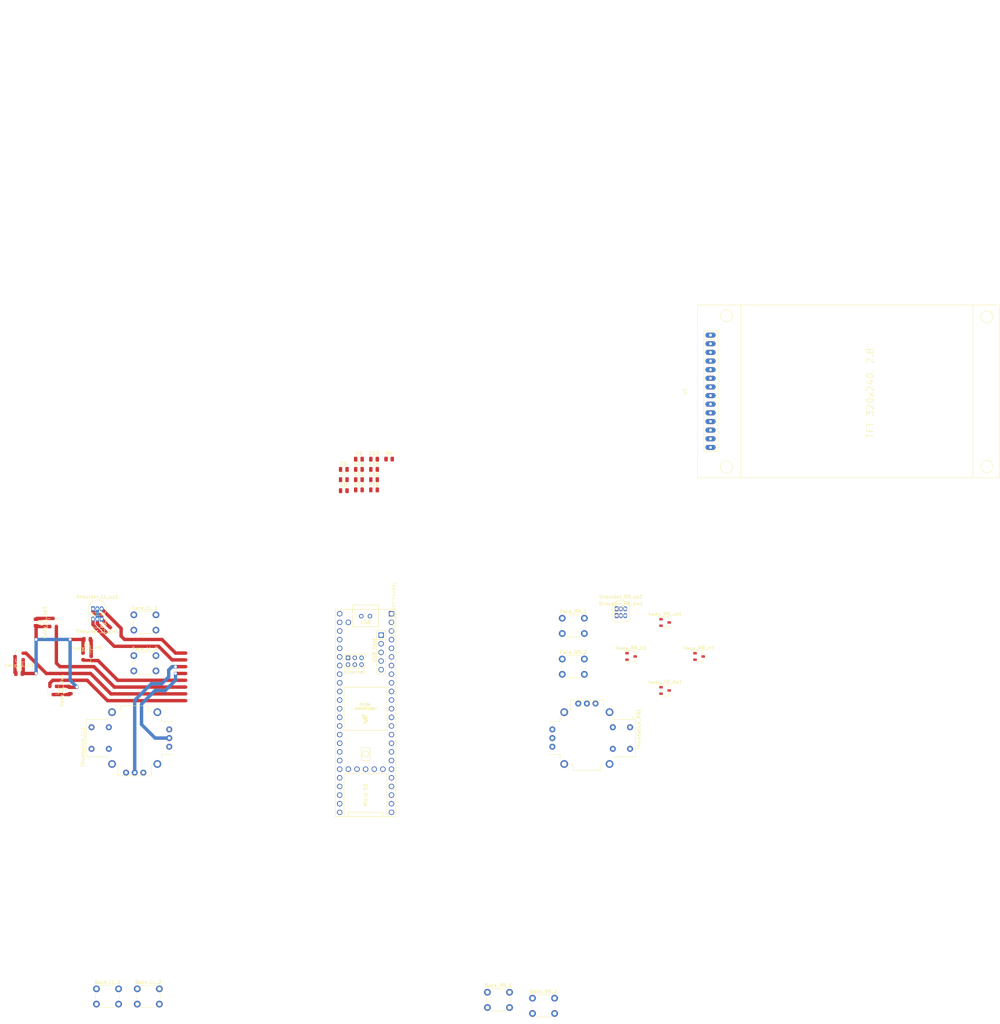
<source format=kicad_pcb>
(kicad_pcb (version 20221018) (generator pcbnew)
  (layers (0 "F.Cu" signal) (31 "B.Cu" signal) (34 "B.Paste" user) (35 "F.Paste" user) (36 "B.SilkS" user "B.Silkscreen") (37 "F.SilkS" user "F.Silkscreen") (38 "B.Mask" user) (39 "F.Mask" user) (44 "Edge.Cuts" user))
  (net 0 "")
  (net 1 "Net-(4way_LL_dw1-VCC)")
  (net 2 "Net-(4way_LL_dw1-VOUT)")
  (net 3 "Net-(4way_LL_dw1-GND)")
  (net 4 "Net-(4way_LL_ll1-VOUT)")
  (net 5 "Net-(4way_LL_rr1-VOUT)")
  (net 6 "Net-(4way_LL_up1-VOUT)")
  (net 7 "Net-(4way_RR_dw1-VCC)")
  (net 8 "Net-(4way_RR_dw1-VOUT)")
  (net 9 "Net-(4way_RR_dw1-GND)")
  (net 10 "Net-(4way_RR_ll1-VOUT)")
  (net 11 "Net-(4way_RR_rr1-VOUT)")
  (net 12 "Net-(4way_RR_up1-VOUT)")
  (net 13 "Net-(Teensy_upside_down1-VIN)")
  (net 14 "Net-(U1-LED)")
  (net 15 "Net-(Shoulder_LL_dw1-OUT)")
  (net 16 "Net-(Shoulder_LL_up1-OUT)")
  (net 17 "Net-(Shoulder_RR_dw1-OUT)")
  (net 18 "Net-(Shoulder_RR_up1-OUT)")
  (net 21 "Net-(Teensy_upside_down1-2_OUT2)")
  (net 27 "Net-(Teensy_upside_down1-8_TX2_IN1)")
  (net 28 "Net-(Teensy_upside_down1-9_OUT1C)")
  (net 29 "Net-(Teensy_upside_down1-10_CS_MQSR)")
  (net 30 "Net-(Teensy_upside_down1-11_MOSI_CTX1)")
  (net 31 "Net-(Teensy_upside_down1-12_MISO_MQSL)")
  (net 32 "Net-(Teensy_upside_down1-28_RX7)")
  (net 33 "Net-(Face_RR_2-A)")
  (net 34 "Net-(Face_RR_1-A)")
  (net 35 "Net-(Back_RR_1-A)")
  (net 36 "Net-(Back_RR_2-A)")
  (net 37 "Net-(Back_LL_2-A)")
  (net 38 "Net-(Back_LL_1-A)")
  (net 39 "Net-(Face_LL_2-A)")
  (net 40 "Net-(Face_LL_1-A)")
  (net 41 "Net-(Teensy_upside_down1-37_CS)")
  (net 42 "Net-(U1-GND)")
  (net 43 "Net-(Teensy_upside_down1-13_SCK_LED)")
  (net 46 "Net-(Teensy_upside_down1-16_A2_RX4_SCL1)")
  (net 47 "Net-(Teensy_upside_down1-17_A3_TX4_SDA1)")
  (net 48 "Net-(Teensy_upside_down1-20_A6_TX5_LRCLK1)")
  (net 49 "Net-(Teensy_upside_down1-21_A7_RX5_BCLK1)")
  (footprint "Capacitor_SMD:C_0805_2012Metric" (layer "F.Cu") (at 189.95 221.01)
    (fp_text reference "C12" (at 0 -1.68) (layer "F.SilkS"))
    (fp_text value "Capacitor_SMD")
    (pad "1" smd roundrect (at -0.95 0) (size 1 1.45) (layers "F.Cu" "F.Paste" "F.Mask") (net 9 "Net-(4way_RR_dw1-GND)"))
    (pad "2" smd roundrect (at 0.95 0) (size 1 1.45) (layers "F.Cu" "F.Paste" "F.Mask") (net 7 "Net-(4way_RR_dw1-VCC)"))
  )
  (footprint "Package_TO_SOT_SMD:SOT-23W" (layer "F.Cu") (at 100 280 -90)
    (fp_text reference "4way_LL_dw1" (at 0 -2.5 90) (layer "F.SilkS"))
    (fp_text value "A3214ELHLT-T")
    (pad "1" smd rect (at -1.2 -0.95 270) (size 1 0.7) (layers "F.Cu" "F.Paste" "F.Mask") (net 1 "Net-(4way_LL_dw1-VCC)"))
    (pad "2" smd rect (at -1.2 0.95 270) (size 1 0.7) (layers "F.Cu" "F.Paste" "F.Mask") (net 2 "Net-(4way_LL_dw1-VOUT)"))
    (pad "3" smd rect (at 1.2 0 270) (size 1 0.7) (layers "F.Cu" "F.Paste" "F.Mask") (net 3 "Net-(4way_LL_dw1-GND)"))
  )
  (footprint "Button_Switch_THT:SW_PUSH_6mm" (layer "F.Cu") (at 124.75 367.75)
    (fp_text reference "Back_LL_2" (at 3.25 -2) (layer "F.SilkS"))
    (fp_text value "SW_MEC_5E")
    (pad "1" thru_hole circle (at 0 0 90) (size 2 2) (drill 1.1) (layers "*.Cu" "*.Mask") (net 3 "Net-(4way_LL_dw1-GND)"))
    (pad "1" thru_hole circle (at 6.5 0 90) (size 2 2) (drill 1.1) (layers "*.Cu" "*.Mask") (net 3 "Net-(4way_LL_dw1-GND)"))
    (pad "2" thru_hole circle (at 0 4.5 90) (size 2 2) (drill 1.1) (layers "*.Cu" "*.Mask") (net 3 "Net-(4way_LL_dw1-GND)"))
    (pad "2" thru_hole circle (at 6.5 4.5 90) (size 2 2) (drill 1.1) (layers "*.Cu" "*.Mask") (net 3 "Net-(4way_LL_dw1-GND)"))
  )
  (footprint "Package_TO_SOT_SMD:SOT-23W" (layer "F.Cu") (at 280 280)
    (fp_text reference "4way_RR_dw1" (at 0 -2.5) (layer "F.SilkS"))
    (fp_text value "A3214ELHLT-T")
    (pad "1" smd rect (at -1.2 -0.95) (size 1 0.7) (layers "F.Cu" "F.Paste" "F.Mask") (net 7 "Net-(4way_RR_dw1-VCC)"))
    (pad "2" smd rect (at -1.2 0.95) (size 1 0.7) (layers "F.Cu" "F.Paste" "F.Mask") (net 8 "Net-(4way_RR_dw1-VOUT)"))
    (pad "3" smd rect (at 1.2 0) (size 1 0.7) (layers "F.Cu" "F.Paste" "F.Mask") (net 9 "Net-(4way_RR_dw1-GND)"))
  )
  (footprint "Capacitor_SMD:C_0805_2012Metric" (layer "F.Cu") (at 194.4 221.01)
    (fp_text reference "C16" (at 0 -1.68) (layer "F.SilkS"))
    (fp_text value "Capacitor_SMD")
    (pad "1" smd roundrect (at -0.95 0) (size 1 1.45) (layers "F.Cu" "F.Paste" "F.Mask") (net 7 "Net-(4way_RR_dw1-VCC)"))
    (pad "2" smd roundrect (at 0.95 0) (size 1 1.45) (layers "F.Cu" "F.Paste" "F.Mask") (net 9 "Net-(4way_RR_dw1-GND)"))
  )
  (footprint "Package_TO_SOT_SMD:SOT-23W" (layer "F.Cu") (at 270 270)
    (fp_text reference "4way_RR_ll1" (at 0 -2.5) (layer "F.SilkS"))
    (fp_text value "A3214ELHLT-T")
    (pad "1" smd rect (at -1.2 -0.95) (size 1 0.7) (layers "F.Cu" "F.Paste" "F.Mask") (net 7 "Net-(4way_RR_dw1-VCC)"))
    (pad "2" smd rect (at -1.2 0.95) (size 1 0.7) (layers "F.Cu" "F.Paste" "F.Mask") (net 10 "Net-(4way_RR_ll1-VOUT)"))
    (pad "3" smd rect (at 1.2 0) (size 1 0.7) (layers "F.Cu" "F.Paste" "F.Mask") (net 9 "Net-(4way_RR_dw1-GND)"))
  )
  (footprint "Button_Switch_THT:SW_PUSH_6mm" (layer "F.Cu") (at 249.75 258.75)
    (fp_text reference "Face_RR_1" (at 3.25 -2) (layer "F.SilkS"))
    (fp_text value "SW_MEC_5E")
    (pad "1" thru_hole circle (at 0 0 90) (size 2 2) (drill 1.1) (layers "*.Cu" "*.Mask") (net 9 "Net-(4way_RR_dw1-GND)"))
    (pad "1" thru_hole circle (at 6.5 0 90) (size 2 2) (drill 1.1) (layers "*.Cu" "*.Mask") (net 9 "Net-(4way_RR_dw1-GND)"))
    (pad "2" thru_hole circle (at 0 4.5 90) (size 2 2) (drill 1.1) (layers "*.Cu" "*.Mask") (net 9 "Net-(4way_RR_dw1-GND)"))
    (pad "2" thru_hole circle (at 6.5 4.5 90) (size 2 2) (drill 1.1) (layers "*.Cu" "*.Mask") (net 9 "Net-(4way_RR_dw1-GND)"))
  )
  (footprint "Capacitor_SMD:C_0805_2012Metric" (layer "F.Cu") (at 90 275)
    (fp_text reference "C2" (at 0 -1.68) (layer "F.SilkS"))
    (fp_text value "Capacitor_SMD")
    (pad "1" smd roundrect (at -0.95 0) (size 1 1.45) (layers "F.Cu" "F.Paste" "F.Mask") (net 3 "Net-(4way_LL_dw1-GND)"))
    (pad "2" smd roundrect (at 0.95 0) (size 1 1.45) (layers "F.Cu" "F.Paste" "F.Mask") (net 1 "Net-(4way_LL_dw1-VCC)"))
  )
  (footprint "Capacitor_SMD:C_0805_2012Metric" (layer "F.Cu") (at 110 265 180)
    (fp_text reference "C4" (at 0 -1.68) (layer "F.SilkS"))
    (fp_text value "Capacitor_SMD")
    (pad "1" smd roundrect (at -0.95 0 180) (size 1 1.45) (layers "F.Cu" "F.Paste" "F.Mask") (net 3 "Net-(4way_LL_dw1-GND)"))
    (pad "2" smd roundrect (at 0.95 0 180) (size 1 1.45) (layers "F.Cu" "F.Paste" "F.Mask") (net 1 "Net-(4way_LL_dw1-VCC)"))
  )
  (footprint "Button_Switch_THT:SW_PUSH_6mm" (layer "F.Cu") (at 227.75 368.75)
    (fp_text reference "Back_RR_1" (at 3.25 -2) (layer "F.SilkS"))
    (fp_text value "SW_MEC_5E")
    (pad "1" thru_hole circle (at 0 0 90) (size 2 2) (drill 1.1) (layers "*.Cu" "*.Mask") (net 9 "Net-(4way_RR_dw1-GND)"))
    (pad "1" thru_hole circle (at 6.5 0 90) (size 2 2) (drill 1.1) (layers "*.Cu" "*.Mask") (net 9 "Net-(4way_RR_dw1-GND)"))
    (pad "2" thru_hole circle (at 0 4.5 90) (size 2 2) (drill 1.1) (layers "*.Cu" "*.Mask") (net 9 "Net-(4way_RR_dw1-GND)"))
    (pad "2" thru_hole circle (at 6.5 4.5 90) (size 2 2) (drill 1.1) (layers "*.Cu" "*.Mask") (net 9 "Net-(4way_RR_dw1-GND)"))
  )
  (footprint "joystick:XDCR_COM-09032" (layer "F.Cu") (at 257 294 -90)
    (fp_text reference "Thumbstick_RR1" (at -2.625 -15.235 90) (layer "F.SilkS"))
    (fp_text value "Thumbstick")
    (pad "B1A" thru_hole circle (at -3.175 -12.7 270) (size 1.778 1.778) (drill 0.9) (layers "*.Cu" "*.Mask") (net 32 "Net-(Teensy_upside_down1-28_RX7)"))
    (pad "B1B" thru_hole circle (at 3.175 -12.7 270) (size 1.778 1.778) (drill 0.9) (layers "*.Cu" "*.Mask"))
    (pad "B2A" thru_hole circle (at -3.175 -7.62 270) (size 1.778 1.778) (drill 0.9) (layers "*.Cu" "*.Mask") (net 9 "Net-(4way_RR_dw1-GND)"))
    (pad "B2B" thru_hole circle (at 3.175 -7.62 270) (size 1.778 1.778) (drill 0.9) (layers "*.Cu" "*.Mask"))
    (pad "H1" thru_hole circle (at -2.54 10.16 270) (size 1.778 1.778) (drill 0.889) (layers "*.Cu" "*.Mask") (net 7 "Net-(4way_RR_dw1-VCC)"))
    (pad "H2" thru_hole circle (at 0 10.16 270) (size 1.778 1.778) (drill 0.889) (layers "*.Cu" "*.Mask") (net 48 "Net-(Teensy_upside_down1-20_A6_TX5_LRCLK1)"))
    (pad "H3" thru_hole circle (at 2.54 10.16 270) (size 1.778 1.778) (drill 0.889) (layers "*.Cu" "*.Mask") (net 9 "Net-(4way_RR_dw1-GND)"))
    (pad "S1" thru_hole circle (at -7.62 -6.6675 270) (size 2.286 2.286) (drill 1.397) (layers "*.Cu" "*.Mask") (net 9 "Net-(4way_RR_dw1-GND)"))
    (pad "S2" thru_hole circle (at -7.62 6.6675 270) (size 2.286 2.286) (drill 1.397) (layers "*.Cu" "*.Mask") (net 9 "Net-(4way_RR_dw1-GND)"))
    (pad "S3" thru_hole circle (at 7.62 6.6675 270) (size 2.286 2.286) (drill 1.397) (layers "*.Cu" "*.Mask") (net 9 "Net-(4way_RR_dw1-GND)"))
    (pad "S4" thru_hole circle (at 7.62 -6.6675 270) (size 2.286 2.286) (drill 1.397) (layers "*.Cu" "*.Mask") (net 9 "Net-(4way_RR_dw1-GND)"))
    (pad "V1" thru_hole circle (at -10.16 -2.54 270) (size 1.778 1.778) (drill 0.889) (layers "*.Cu" "*.Mask") (net 7 "Net-(4way_RR_dw1-VCC)"))
    (pad "V2" thru_hole circle (at -10.16 0 270) (size 1.778 1.778) (drill 0.889) (layers "*.Cu" "*.Mask") (net 49 "Net-(Teensy_upside_down1-21_A7_RX5_BCLK1)"))
    (pad "V3" thru_hole circle (at -10.16 2.54 270) (size 1.778 1.778) (drill 0.889) (layers "*.Cu" "*.Mask") (net 9 "Net-(4way_RR_dw1-GND)"))
  )
  (footprint "teensy:Teensy41_upside_down" (layer "F.Cu") (at 200.8025 256.155 -90)
    (fp_text reference "Teensy_upside_down1" (at 0 0.5 -90 unlocked) (layer "F.SilkS") (effects (font (thickness 0.1))))
    (fp_text value "Teensy4.1")
    (fp_text user "MIMXRT1062" (at 29.21 8.89) (layer "F.SilkS") (effects (font (size 0.7 0.7))))
    (fp_text user "USB Host" (at 12.0142 6.4008 90) (layer "F.SilkS"))
    (fp_text user "DVJ6A" (at 27.94 9.07) (layer "F.SilkS") (effects (font (size 0.7 0.7))))
    (fp_text user "Micro SD" (at 54.61 8.89 90) (layer "F.SilkS"))
    (fp_text user "Ethernet" (at 18.415 12.1666) (layer "F.SilkS"))
    (fp_text user "USB" (at 3.81 8.89) (layer "F.SilkS"))
    (pad "1" thru_hole rect (at 1.27 1.27 270) (size 1.6 1.6) (drill 1.1) (layers "*.Cu" "*.Mask") (net 9 "Net-(4way_RR_dw1-GND)"))
    (pad "2" thru_hole circle (at 3.81 1.27 270) (size 1.6 1.6) (drill 1.1) (layers "*.Cu" "*.Mask"))
    (pad "3" thru_hole circle (at 6.35 1.27 270) (size 1.6 1.6) (drill 1.1) (layers "*.Cu" "*.Mask"))
    (pad "4" thru_hole circle (at 8.89 1.27 270) (size 1.6 1.6) (drill 1.1) (layers "*.Cu" "*.Mask") (net 21 "Net-(Teensy_upside_down1-2_OUT2)"))
    (pad "5" thru_hole circle (at 11.43 1.27 270) (size 1.6 1.6) (drill 1.1) (layers "*.Cu" "*.Mask"))
    (pad "6" thru_hole circle (at 13.97 1.27 270) (size 1.6 1.6) (drill 1.1) (layers "*.Cu" "*.Mask"))
    (pad "7" thru_hole circle (at 16.51 1.27 270) (size 1.6 1.6) (drill 1.1) (layers "*.Cu" "*.Mask"))
    (pad "8" thru_hole circle (at 19.05 1.27 270) (size 1.6 1.6) (drill 1.1) (layers "*.Cu" "*.Mask"))
    (pad "9" thru_hole circle (at 21.59 1.27 270) (size 1.6 1.6) (drill 1.1) (layers "*.Cu" "*.Mask"))
    (pad "10" thru_hole circle (at 24.13 1.27 270) (size 1.6 1.6) (drill 1.1) (layers "*.Cu" "*.Mask") (net 27 "Net-(Teensy_upside_down1-8_TX2_IN1)"))
    (pad "11" thru_hole circle (at 26.67 1.27 270) (size 1.6 1.6) (drill 1.1) (layers "*.Cu" "*.Mask") (net 28 "Net-(Teensy_upside_down1-9_OUT1C)"))
    (pad "12" thru_hole circle (at 29.21 1.27 270) (size 1.6 1.6) (drill 1.1) (layers "*.Cu" "*.Mask") (net 29 "Net-(Teensy_upside_down1-10_CS_MQSR)"))
    (pad "13" thru_hole circle (at 31.75 1.27 270) (size 1.6 1.6) (drill 1.1) (layers "*.Cu" "*.Mask") (net 30 "Net-(Teensy_upside_down1-11_MOSI_CTX1)"))
    (pad "14" thru_hole circle (at 34.29 1.27 270) (size 1.6 1.6) (drill 1.1) (layers "*.Cu" "*.Mask") (net 31 "Net-(Teensy_upside_down1-12_MISO_MQSL)"))
    (pad "15" thru_hole circle (at 36.83 1.27 270) (size 1.6 1.6) (drill 1.1) (layers "*.Cu" "*.Mask") (net 7 "Net-(4way_RR_dw1-VCC)"))
    (pad "16" thru_hole circle (at 39.37 1.27 270) (size 1.6 1.6) (drill 1.1) (layers "*.Cu" "*.Mask") (net 8 "Net-(4way_RR_dw1-VOUT)"))
    (pad "17" thru_hole circle (at 41.91 1.27 270) (size 1.6 1.6) (drill 1.1) (layers "*.Cu" "*.Mask") (net 10 "Net-(4way_RR_ll1-VOUT)"))
    (pad "18" thru_hole circle (at 44.45 1.27 270) (size 1.6 1.6) (drill 1.1) (layers "*.Cu" "*.Mask") (net 12 "Net-(4way_RR_up1-VOUT)"))
    (pad "19" thru_hole circle (at 46.99 1.27 270) (size 1.6 1.6) (drill 1.1) (layers "*.Cu" "*.Mask") (net 11 "Net-(4way_RR_rr1-VOUT)"))
    (pad "20" thru_hole circle (at 49.53 1.27 270) (size 1.6 1.6) (drill 1.1) (layers "*.Cu" "*.Mask") (net 32 "Net-(Teensy_upside_down1-28_RX7)"))
    (pad "21" thru_hole circle (at 52.07 1.27 270) (size 1.6 1.6) (drill 1.1) (layers "*.Cu" "*.Mask") (net 33 "Net-(Face_RR_2-A)"))
    (pad "22" thru_hole circle (at 54.61 1.27 270) (size 1.6 1.6) (drill 1.1) (layers "*.Cu" "*.Mask") (net 34 "Net-(Face_RR_1-A)"))
    (pad "23" thru_hole circle (at 57.15 1.27 270) (size 1.6 1.6) (drill 1.1) (layers "*.Cu" "*.Mask") (net 35 "Net-(Back_RR_1-A)"))
    (pad "24" thru_hole circle (at 59.69 1.27 270) (size 1.6 1.6) (drill 1.1) (layers "*.Cu" "*.Mask") (net 36 "Net-(Back_RR_2-A)"))
    (pad "25" thru_hole circle (at 59.69 16.51 270) (size 1.6 1.6) (drill 1.1) (layers "*.Cu" "*.Mask") (net 37 "Net-(Back_LL_2-A)"))
    (pad "26" thru_hole circle (at 57.15 16.51 270) (size 1.6 1.6) (drill 1.1) (layers "*.Cu" "*.Mask") (net 38 "Net-(Back_LL_1-A)"))
    (pad "27" thru_hole circle (at 54.61 16.51 270) (size 1.6 1.6) (drill 1.1) (layers "*.Cu" "*.Mask") (net 39 "Net-(Face_LL_2-A)"))
    (pad "28" thru_hole circle (at 52.07 16.51 270) (size 1.6 1.6) (drill 1.1) (layers "*.Cu" "*.Mask") (net 40 "Net-(Face_LL_1-A)"))
    (pad "29" thru_hole circle (at 49.53 16.51 270) (size 1.6 1.6) (drill 1.1) (layers "*.Cu" "*.Mask") (net 41 "Net-(Teensy_upside_down1-37_CS)"))
    (pad "30" thru_hole circle (at 46.99 16.51 270) (size 1.6 1.6) (drill 1.1) (layers "*.Cu" "*.Mask") (net 2 "Net-(4way_LL_dw1-VOUT)"))
    (pad "31" thru_hole circle (at 44.45 16.51 270) (size 1.6 1.6) (drill 1.1) (layers "*.Cu" "*.Mask") (net 4 "Net-(4way_LL_ll1-VOUT)"))
    (pad "32" thru_hole circle (at 41.91 16.51 270) (size 1.6 1.6) (drill 1.1) (layers "*.Cu" "*.Mask") (net 6 "Net-(4way_LL_up1-VOUT)"))
    (pad "33" thru_hole circle (at 39.37 16.51 270) (size 1.6 1.6) (drill 1.1) (layers "*.Cu" "*.Mask") (net 5 "Net-(4way_LL_rr1-VOUT)"))
    (pad "34" thru_hole circle (at 36.83 16.51 270) (size 1.6 1.6) (drill 1.1) (layers "*.Cu" "*.Mask") (net 42 "Net-(U1-GND)"))
    (pad "35" thru_hole circle (at 34.29 16.51 270) (size 1.6 1.6) (drill 1.1) (layers "*.Cu" "*.Mask") (net 43 "Net-(Teensy_upside_down1-13_SCK_LED)"))
    (pad "36" thru_hole circle (at 31.75 16.51 270) (size 1.6 1.6) (drill 1.1) (layers "*.Cu" "*.Mask"))
    (pad "37" thru_hole circle (at 29.21 16.51 270) (size 1.6 1.6) (drill 1.1) (layers "*.Cu" "*.Mask"))
    (pad "38" thru_hole circle (at 26.67 16.51 270) (size 1.6 1.6) (drill 1.1) (layers "*.Cu" "*.Mask") (net 46 "Net-(Teensy_upside_down1-16_A2_RX4_SCL1)"))
    (pad "39" thru_hole circle (at 24.13 16.51 270) (size 1.6 1.6) (drill 1.1) (layers "*.Cu" "*.Mask") (net 47 "Net-(Teensy_upside_down1-17_A3_TX4_SDA1)"))
    (pad "40" thru_hole circle (at 21.59 16.51 270) (size 1.6 1.6) (drill 1.1) (layers "*.Cu" "*.Mask") (net 15 "Net-(Shoulder_LL_dw1-OUT)"))
    (pad "41" thru_hole circle (at 19.05 16.51 270) (size 1.6 1.6) (drill 1.1) (layers "*.Cu" "*.Mask") (net 16 "Net-(Shoulder_LL_up1-OUT)"))
    (pad "42" thru_hole circle (at 16.51 16.51 270) (size 1.6 1.6) (drill 1.1) (layers "*.Cu" "*.Mask") (net 48 "Net-(Teensy_upside_down1-20_A6_TX5_LRCLK1)"))
    (pad "43" thru_hole circle (at 13.97 16.51 270) (size 1.6 1.6) (drill 1.1) (layers "*.Cu" "*.Mask") (net 49 "Net-(Teensy_upside_down1-21_A7_RX5_BCLK1)"))
    (pad "44" thru_hole circle (at 11.43 16.51 270) (size 1.6 1.6) (drill 1.1) (layers "*.Cu" "*.Mask") (net 18 "Net-(Shoulder_RR_up1-OUT)"))
    (pad "45" thru_hole circle (at 8.89 16.51 270) (size 1.6 1.6) (drill 1.1) (layers "*.Cu" "*.Mask") (net 17 "Net-(Shoulder_RR_dw1-OUT)"))
    (pad "46" thru_hole circle (at 6.35 16.51 270) (size 1.6 1.6) (drill 1.1) (layers "*.Cu" "*.Mask") (net 1 "Net-(4way_LL_dw1-VCC)"))
    (pad "47" thru_hole circle (at 3.81 16.51 270) (size 1.6 1.6) (drill 1.1) (layers "*.Cu" "*.Mask") (net 3 "Net-(4way_LL_dw1-GND)"))
    (pad "48" thru_hole circle (at 1.27 16.51 270) (size 1.6 1.6) (drill 1.1) (layers "*.Cu" "*.Mask") (net 13 "Net-(Teensy_upside_down1-VIN)"))
    (pad "49" thru_hole circle (at 3.81 13.97 270) (size 1.6 1.6) (drill 1.1) (layers "*.Cu" "*.Mask"))
    (pad "50" thru_hole circle (at 46.99 3.81 270) (size 1.6 1.6) (drill 1.1) (layers "*.Cu" "*.Mask"))
    (pad "51" thru_hole circle (at 46.99 6.35 270) (size 1.6 1.6) (drill 1.1) (layers "*.Cu" "*.Mask"))
    (pad "52" thru_hole circle (at 46.99 8.89 270) (size 1.6 1.6) (drill 1.1) (layers "*.Cu" "*.Mask"))
    (pad "53" thru_hole circle (at 46.99 11.43 270) (size 1.6 1.6) (drill 1.1) (layers "*.Cu" "*.Mask"))
    (pad "54" thru_hole circle (at 46.99 13.97 270) (size 1.6 1.6) (drill 1.1) (layers "*.Cu" "*.Mask"))
    (pad "55" thru_hole rect (at 7.5692 4.3208 270) (size 1.6 1.6) (drill 1.1) (layers "*.Cu" "*.Mask"))
    (pad "56" thru_hole circle (at 10.1092 4.3208 270) (size 1.6 1.6) (drill 1.1) (layers "*.Cu" "*.Mask"))
    (pad "57" thru_hole circle (at 12.6492 4.3208 270) (size 1.6 1.6) (drill 1.1) (layers "*.Cu" "*.Mask"))
    (pad "58" thru_hole circle (at 15.1892 4.3208 270) (size 1.6 1.6) (drill 1.1) (layers "*.Cu" "*.Mask"))
    (pad "59" thru_hole circle (at 17.7292 4.3208 270) (size 1.6 1.6) (drill 1.1) (layers "*.Cu" "*.Mask"))
    (pad "60" thru_hole rect (at 14.24 14.0716 270) (size 1.3 1.3) (drill 0.8) (layers "*.Cu" "*.Mask"))
    (pad "61" thru_hole circle (at 14.24 12.0716 270) (size 1.3 1.3) (drill 0.8) (layers "*.Cu" "*.Mask"))
    (pad "62" thru_hole circle (at 14.24 10.0716 270) (size 1.3 1.3) (drill 0.8) (layers "*.Cu" "*.Mask"))
    (pad "63" thru_hole circle (at 16.24 10.0716 270) (size 1.3 1.3) (drill 0.8) (layers "*.Cu" "*.Mask"))
    (pad "64" thru_hole circle (at 16.24 12.0716 270) (size 1.3 1.3) (drill 0.8) (layers "*.Cu" "*.Mask"))
    (pad "65" thru_hole circle (at 16.24 14.0716 270) (size 1.3 1.3) (drill 0.8) (layers "*.Cu" "*.Mask"))
    (pad "66" thru_hole circle (at 2 10.16 270) (size 1.3 1.3) (drill 0.8) (layers "*.Cu" "*.Mask"))
    (pad "67" thru_hole circle (at 2 7.62 270) (size 1.3 1.3) (drill 0.8) (layers "*.Cu" "*.Mask"))
  )
  (footprint "Button_Switch_THT:SW_PUSH_6mm" (layer "F.Cu") (at 241 370.5)
    (fp_text reference "Back_RR_2" (at 3.25 -2) (layer "F.SilkS"))
    (fp_text value "SW_MEC_5E")
    (pad "1" thru_hole circle (at 0 0 90) (size 2 2) (drill 1.1) (layers "*.Cu" "*.Mask") (net 9 "Net-(4way_RR_dw1-GND)"))
    (pad "1" thru_hole circle (at 6.5 0 90) (size 2 2) (drill 1.1) (layers "*.Cu" "*.Mask") (net 9 "Net-(4way_RR_dw1-GND)"))
    (pad "2" thru_hole circle (at 0 4.5 90) (size 2 2) (drill 1.1) (layers "*.Cu" "*.Mask") (net 9 "Net-(4way_RR_dw1-GND)"))
    (pad "2" thru_hole circle (at 6.5 4.5 90) (size 2 2) (drill 1.1) (layers "*.Cu" "*.Mask") (net 9 "Net-(4way_RR_dw1-GND)"))
  )
  (footprint "Capacitor_SMD:C_0805_2012Metric" (layer "F.Cu") (at 95 260 -90)
    (fp_text reference "C1" (at 0 -1.68 90) (layer "F.SilkS"))
    (fp_text value "Capacitor_SMD")
    (pad "1" smd roundrect (at -0.95 0 270) (size 1 1.45) (layers "F.Cu" "F.Paste" "F.Mask") (net 3 "Net-(4way_LL_dw1-GND)"))
    (pad "2" smd roundrect (at 0.95 0 270) (size 1 1.45) (layers "F.Cu" "F.Paste" "F.Mask") (net 1 "Net-(4way_LL_dw1-VCC)"))
  )
  (footprint "Capacitor_SMD:C_0805_2012Metric" (layer "F.Cu") (at 116 262 45)
    (fp_text reference "C5" (at 0 -1.68 45) (layer "F.SilkS"))
    (fp_text value "Capacitor_SMD")
    (pad "1" smd roundrect (at -0.95 0 45) (size 1 1.45) (layers "F.Cu" "F.Paste" "F.Mask") (net 3 "Net-(4way_LL_dw1-GND)"))
    (pad "2" smd roundrect (at 0.95 0 45) (size 1 1.45) (layers "F.Cu" "F.Paste" "F.Mask") (net 1 "Net-(4way_LL_dw1-VCC)"))
  )
  (footprint "Capacitor_SMD:C_0805_2012Metric" (layer "F.Cu") (at 185.5 214.99)
    (fp_text reference "C6" (at 0 -1.68) (layer "F.SilkS"))
    (fp_text value "Capacitor_SMD")
    (pad "1" smd roundrect (at -0.95 0) (size 1 1.45) (layers "F.Cu" "F.Paste" "F.Mask") (net 3 "Net-(4way_LL_dw1-GND)"))
    (pad "2" smd roundrect (at 0.95 0) (size 1 1.45) (layers "F.Cu" "F.Paste" "F.Mask") (net 1 "Net-(4way_LL_dw1-VCC)"))
  )
  (footprint "Capacitor_SMD:C_0805_2012Metric" (layer "F.Cu") (at 189.95 211.98)
    (fp_text reference "C9" (at 0 -1.68) (layer "F.SilkS"))
    (fp_text value "Capacitor_SMD")
    (pad "1" smd roundrect (at -0.95 0) (size 1 1.45) (layers "F.Cu" "F.Paste" "F.Mask") (net 9 "Net-(4way_RR_dw1-GND)"))
    (pad "2" smd roundrect (at 0.95 0) (size 1 1.45) (layers "F.Cu" "F.Paste" "F.Mask") (net 7 "Net-(4way_RR_dw1-VCC)"))
  )
  (footprint "Capacitor_SMD:C_0805_2012Metric" (layer "F.Cu") (at 105 280 90)
    (fp_text reference "C3" (at 0 -1.68 90) (layer "F.SilkS"))
    (fp_text value "Capacitor_SMD")
    (pad "1" smd roundrect (at -0.95 0 90) (size 1 1.45) (layers "F.Cu" "F.Paste" "F.Mask") (net 3 "Net-(4way_LL_dw1-GND)"))
    (pad "2" smd roundrect (at 0.95 0 90) (size 1 1.45) (layers "F.Cu" "F.Paste" "F.Mask") (net 1 "Net-(4way_LL_dw1-VCC)"))
  )
  (footprint "Package_TO_SOT_SMD:SOT-23W" (layer "F.Cu") (at 280 260)
    (fp_text reference "4way_RR_up1" (at 0 -2.5) (layer "F.SilkS"))
    (fp_text value "A3214ELHLT-T")
    (pad "1" smd rect (at -1.2 -0.95) (size 1 0.7) (layers "F.Cu" "F.Paste" "F.Mask") (net 7 "Net-(4way_RR_dw1-VCC)"))
    (pad "2" smd rect (at -1.2 0.95) (size 1 0.7) (layers "F.Cu" "F.Paste" "F.Mask") (net 12 "Net-(4way_RR_up1-VOUT)"))
    (pad "3" smd rect (at 1.2 0) (size 1 0.7) (layers "F.Cu" "F.Paste" "F.Mask") (net 9 "Net-(4way_RR_dw1-GND)"))
  )
  (footprint "Button_Switch_THT:SW_PUSH_6mm" (layer "F.Cu") (at 112.75 367.75)
    (fp_text reference "Back_LL_1" (at 3.25 -2) (layer "F.SilkS"))
    (fp_text value "SW_MEC_5E")
    (pad "1" thru_hole circle (at 0 0 90) (size 2 2) (drill 1.1) (layers "*.Cu" "*.Mask") (net 3 "Net-(4way_LL_dw1-GND)"))
    (pad "1" thru_hole circle (at 6.5 0 90) (size 2 2) (drill 1.1) (layers "*.Cu" "*.Mask") (net 3 "Net-(4way_LL_dw1-GND)"))
    (pad "2" thru_hole circle (at 0 4.5 90) (size 2 2) (drill 1.1) (layers "*.Cu" "*.Mask") (net 3 "Net-(4way_LL_dw1-GND)"))
    (pad "2" thru_hole circle (at 6.5 4.5 90) (size 2 2) (drill 1.1) (layers "*.Cu" "*.Mask") (net 3 "Net-(4way_LL_dw1-GND)"))
  )
  (footprint "Package_TO_SOT_THT:TO-92_Inline" (layer "F.Cu") (at 265.73 258)
    (fp_text reference "Shoulder_RR_dw1" (at 1.27 -3.56) (layer "F.SilkS"))
    (fp_text value "DRV5055A3xLPGxQ1")
    (pad "1" thru_hole rect (at 0 0) (size 1.05 1.5) (drill 0.75) (layers "*.Cu" "*.Mask") (net 7 "Net-(4way_RR_dw1-VCC)"))
    (pad "2" thru_hole oval (at 1.27 0) (size 1.05 1.5) (drill 0.75) (layers "*.Cu" "*.Mask") (net 9 "Net-(4way_RR_dw1-GND)"))
    (pad "3" thru_hole oval (at 2.54 0) (size 1.05 1.5) (drill 0.75) (layers "*.Cu" "*.Mask") (net 17 "Net-(Shoulder_RR_dw1-OUT)"))
  )
  (footprint "Package_TO_SOT_SMD:SOT-23W" (layer "F.Cu") (at 100 260 90)
    (fp_text reference "4way_LL_up1" (at 0 -2.5 90) (layer "F.SilkS"))
    (fp_text value "A3214ELHLT-T")
    (pad "1" smd rect (at -1.2 -0.95 90) (size 1 0.7) (layers "F.Cu" "F.Paste" "F.Mask") (net 1 "Net-(4way_LL_dw1-VCC)"))
    (pad "2" smd rect (at -1.2 0.95 90) (size 1 0.7) (layers "F.Cu" "F.Paste" "F.Mask") (net 6 "Net-(4way_LL_up1-VOUT)"))
    (pad "3" smd rect (at 1.2 0 90) (size 1 0.7) (layers "F.Cu" "F.Paste" "F.Mask") (net 3 "Net-(4way_LL_dw1-GND)"))
  )
  (footprint "Resistor_SMD:R_0805_2012Metric" (layer "F.Cu") (at 198.83 211.95)
    (fp_text reference "R1" (at 0 -1.65) (layer "F.SilkS"))
    (fp_text value "Resistor 100ohm")
    (pad "1" smd roundrect (at -0.9125 0) (size 1.025 1.4) (layers "F.Cu" "F.Paste" "F.Mask") (roundrect_rratio 0.243902) (net 13 "Net-(Teensy_upside_down1-VIN)"))
    (pad "2" smd roundrect (at 0.9125 0) (size 1.025 1.4) (layers "F.Cu" "F.Paste" "F.Mask") (roundrect_rratio 0.243902) (net 14 "Net-(U1-LED)"))
  )
  (footprint "Button_Switch_THT:SW_PUSH_6mm" (layer "F.Cu") (at 249.75 270.75)
    (fp_text reference "Face_RR_2" (at 3.25 -2) (layer "F.SilkS"))
    (fp_text value "SW_MEC_5E")
    (pad "1" thru_hole circle (at 0 0 90) (size 2 2) (drill 1.1) (layers "*.Cu" "*.Mask") (net 9 "Net-(4way_RR_dw1-GND)"))
    (pad "1" thru_hole circle (at 6.5 0 90) (size 2 2) (drill 1.1) (layers "*.Cu" "*.Mask") (net 9 "Net-(4way_RR_dw1-GND)"))
    (pad "2" thru_hole circle (at 0 4.5 90) (size 2 2) (drill 1.1) (layers "*.Cu" "*.Mask") (net 9 "Net-(4way_RR_dw1-GND)"))
    (pad "2" thru_hole circle (at 6.5 4.5 90) (size 2 2) (drill 1.1) (layers "*.Cu" "*.Mask") (net 9 "Net-(4way_RR_dw1-GND)"))
  )
  (footprint "Button_Switch_THT:SW_PUSH_6mm" (layer "F.Cu") (at 123.75 257.75)
    (fp_text reference "Face_LL_1" (at 3.25 -2) (layer "F.SilkS"))
    (fp_text value "SW_MEC_5E")
    (pad "1" thru_hole circle (at 0 0 90) (size 2 2) (drill 1.1) (layers "*.Cu" "*.Mask") (net 3 "Net-(4way_LL_dw1-GND)"))
    (pad "1" thru_hole circle (at 6.5 0 90) (size 2 2) (drill 1.1) (layers "*.Cu" "*.Mask") (net 3 "Net-(4way_LL_dw1-GND)"))
    (pad "2" thru_hole circle (at 0 4.5 90) (size 2 2) (drill 1.1) (layers "*.Cu" "*.Mask") (net 3 "Net-(4way_LL_dw1-GND)"))
    (pad "2" thru_hole circle (at 6.5 4.5 90) (size 2 2) (drill 1.1) (layers "*.Cu" "*.Mask") (net 3 "Net-(4way_LL_dw1-GND)"))
  )
  (footprint "display:TFT-320x240" (layer "F.Cu") (at 293.36 192 -90)
    (fp_text reference "U1" (at 0 7.62 90) (layer "F.SilkS"))
    (fp_text value "TFT_320x240")
    (fp_text user "TFT 320x240, 2.8\"" (at -0.254 -46.99 90) (layer "F.SilkS") (effects (font (size 2 2))))
    (pad "1" thru_hole oval (at -16.51 0 270) (size 1.5 3) (drill 0.8) (layers "*.Cu" "*.Mask") (net 13 "Net-(Teensy_upside_down1-VIN)"))
    (pad "2" thru_hole oval (at -13.97 0 270) (size 1.5 3) (drill 0.8) (layers "*.Cu" "*.Mask") (net 42 "Net-(U1-GND)"))
    (pad "3" thru_hole oval (at -11.43 0 270) (size 1.5 3) (drill 0.8) (layers "*.Cu" "*.Mask") (net 29 "Net-(Teensy_upside_down1-10_CS_MQSR)"))
    (pad "4" thru_hole oval (at -8.89 0 270) (size 1.5 3) (drill 0.8) (layers "*.Cu" "*.Mask") (net 1 "Net-(4way_LL_dw1-VCC)"))
    (pad "5" thru_hole oval (at -6.35 0 270) (size 1.5 3) (drill 0.8) (layers "*.Cu" "*.Mask") (net 28 "Net-(Teensy_upside_down1-9_OUT1C)"))
    (pad "6" thru_hole oval (at -3.81 0 270) (size 1.5 3) (drill 0.8) (layers "*.Cu" "*.Mask") (net 30 "Net-(Teensy_upside_down1-11_MOSI_CTX1)"))
    (pad "7" thru_hole oval (at -1.27 0 270) (size 1.5 3) (drill 0.8) (layers "*.Cu" "*.Mask") (net 43 "Net-(Teensy_upside_down1-13_SCK_LED)"))
    (pad "8" thru_hole oval (at 1.27 0 270) (size 1.5 3) (drill 0.8) (layers "*.Cu" "*.Mask") (net 14 "Net-(U1-LED)"))
    (pad "9" thru_hole oval (at 3.81 0 270) (size 1.5 3) (drill 0.8) (layers "*.Cu" "*.Mask") (net 31 "Net-(Teensy_upside_down1-12_MISO_MQSL)"))
    (pad "10" thru_hole oval (at 6.35 0 270) (size 1.5 3) (drill 0.8) (layers "*.Cu" "*.Mask") (net 43 "Net-(Teensy_upside_down1-13_SCK_LED)"))
    (pad "11" thru_hole oval (at 8.89 0 270) (size 1.5 3) (drill 0.8) (layers "*.Cu" "*.Mask") (net 27 "Net-(Teensy_upside_down1-8_TX2_IN1)"))
    (pad "12" thru_hole oval (at 11.43 0 270) (size 1.5 3) (drill 0.8) (layers "*.Cu" "*.Mask") (net 28 "Net-(Teensy_upside_down1-9_OUT1C)"))
    (pad "13" thru_hole oval (at 13.97 0 270) (size 1.5 3) (drill 0.8) (layers "*.Cu" "*.Mask") (net 31 "Net-(Teensy_upside_down1-12_MISO_MQSL)"))
    (pad "14" thru_hole oval (at 16.51 0 270) (size 1.5 3) (drill 0.8) (layers "*.Cu" "*.Mask") (net 21 "Net-(Teensy_upside_down1-2_OUT2)"))
  )
  (footprint "Capacitor_SMD:C_0805_2012Metric" (layer "F.Cu") (at 194.4 214.99)
    (fp_text reference "C14" (at 0 -1.68) (layer "F.SilkS"))
    (fp_text value "Capacitor_SMD")
    (pad "1" smd roundrect (at -0.95 0) (size 1 1.45) (layers "F.Cu" "F.Paste" "F.Mask") (net 7 "Net-(4way_RR_dw1-VCC)"))
    (pad "2" smd roundrect (at 0.95 0) (size 1 1.45) (layers "F.Cu" "F.Paste" "F.Mask") (net 9 "Net-(4way_RR_dw1-GND)"))
  )
  (footprint "Capacitor_SMD:C_0805_2012Metric" (layer "F.Cu") (at 189.95 218)
    (fp_text reference "C11" (at 0 -1.68) (layer "F.SilkS"))
    (fp_text value "Capacitor_SMD")
    (pad "1" smd roundrect (at -0.95 0) (size 1 1.45) (layers "F.Cu" "F.Paste" "F.Mask") (net 9 "Net-(4way_RR_dw1-GND)"))
    (pad "2" smd roundrect (at 0.95 0) (size 1 1.45) (layers "F.Cu" "F.Paste" "F.Mask") (net 7 "Net-(4way_RR_dw1-VCC)"))
  )
  (footprint "Capacitor_SMD:C_0805_2012Metric" (layer "F.Cu") (at 194.4 218)
    (fp_text reference "C15" (at 0 -1.68) (layer "F.SilkS"))
    (fp_text value "Capacitor_SMD")
    (pad "1" smd roundrect (at -0.95 0) (size 1 1.45) (layers "F.Cu" "F.Paste" "F.Mask") (net 9 "Net-(4way_RR_dw1-GND)"))
    (pad "2" smd roundrect (at 0.95 0) (size 1 1.45) (layers "F.Cu" "F.Paste" "F.Mask") (net 7 "Net-(4way_RR_dw1-VCC)"))
  )
  (footprint "Button_Switch_THT:SW_PUSH_6mm" (layer "F.Cu") (at 123.75 269.75)
    (fp_text reference "Face_LL_2" (at 3.25 -2) (layer "F.SilkS"))
    (fp_text value "SW_MEC_5E")
    (pad "1" thru_hole circle (at 0 0 90) (size 2 2) (drill 1.1) (layers "*.Cu" "*.Mask") (net 3 "Net-(4way_LL_dw1-GND)"))
    (pad "1" thru_hole circle (at 6.5 0 90) (size 2 2) (drill 1.1) (layers "*.Cu" "*.Mask") (net 3 "Net-(4way_LL_dw1-GND)"))
    (pad "2" thru_hole circle (at 0 4.5 90) (size 2 2) (drill 1.1) (layers "*.Cu" "*.Mask") (net 3 "Net-(4way_LL_dw1-GND)"))
    (pad "2" thru_hole circle (at 6.5 4.5 90) (size 2 2) (drill 1.1) (layers "*.Cu" "*.Mask") (net 3 "Net-(4way_LL_dw1-GND)"))
  )
  (footprint "Package_TO_SOT_THT:TO-92_Inline" (layer "F.Cu") (at 114.27 259 180)
    (fp_text reference "Shoulder_LL_dw1" (at 1.27 -3.56) (layer "F.SilkS"))
    (fp_text value "DRV5055A3xLPGxQ1")
    (pad "1" thru_hole rect (at 0 0 180) (size 1.05 1.5) (drill 0.75) (layers "*.Cu" "*.Mask") (net 1 "Net-(4way_LL_dw1-VCC)"))
    (pad "2" thru_hole oval (at 1.27 0 180) (size 1.05 1.5) (drill 0.75) (layers "*.Cu" "*.Mask") (net 3 "Net-(4way_LL_dw1-GND)"))
    (pad "3" thru_hole oval (at 2.54 0 180) (size 1.05 1.5) (drill 0.75) (layers "*.Cu" "*.Mask") (net 15 "Net-(Shoulder_LL_dw1-OUT)"))
  )
  (footprint "Package_TO_SOT_SMD:SOT-23W" (layer "F.Cu") (at 110 270)
    (fp_text reference "4way_LL_rr1" (at 0 -2.5) (layer "F.SilkS"))
    (fp_text value "A3214ELHLT-T")
    (pad "1" smd rect (at -1.2 -0.95) (size 1 0.7) (layers "F.Cu" "F.Paste" "F.Mask") (net 1 "Net-(4way_LL_dw1-VCC)"))
    (pad "2" smd rect (at -1.2 0.95) (size 1 0.7) (layers "F.Cu" "F.Paste" "F.Mask") (net 5 "Net-(4way_LL_rr1-VOUT)"))
    (pad "3" smd rect (at 1.2 0) (size 1 0.7) (layers "F.Cu" "F.Paste" "F.Mask") (net 3 "Net-(4way_LL_dw1-GND)"))
  )
  (footprint "Capacitor_SMD:C_0805_2012Metric" (layer "F.Cu") (at 185.5 221.245)
    (fp_text reference "C8" (at 0 -1.68) (layer "F.SilkS"))
    (fp_text value "Capacitor_SMD")
    (pad "1" smd roundrect (at -0.95 0) (size 1 1.45) (layers "F.Cu" "F.Paste" "F.Mask") (net 3 "Net-(4way_LL_dw1-GND)"))
    (pad "2" smd roundrect (at 0.95 0) (size 1 1.45) (layers "F.Cu" "F.Paste" "F.Mask") (net 1 "Net-(4way_LL_dw1-VCC)"))
  )
  (footprint "Package_TO_SOT_THT:TO-92_Inline" (layer "F.Cu") (at 111.73 256)
    (fp_text reference "Shoulder_LL_up1" (at 1.27 -3.56) (layer "F.SilkS"))
    (fp_text value "DRV5055A3xLPGxQ1")
    (pad "1" thru_hole rect (at 0 0) (size 1.05 1.5) (drill 0.75) (layers "*.Cu" "*.Mask") (net 1 "Net-(4way_LL_dw1-VCC)"))
    (pad "2" thru_hole oval (at 1.27 0) (size 1.05 1.5) (drill 0.75) (layers "*.Cu" "*.Mask") (net 3 "Net-(4way_LL_dw1-GND)"))
    (pad "3" thru_hole oval (at 2.54 0) (size 1.05 1.5) (drill 0.75) (layers "*.Cu" "*.Mask") (net 16 "Net-(Shoulder_LL_up1-OUT)"))
  )
  (footprint "Package_TO_SOT_SMD:SOT-23W" (layer "F.Cu") (at 90 270 180)
    (fp_text reference "4way_LL_ll1" (at 0 -2.5) (layer "F.SilkS"))
    (fp_text value "A3214ELHLT-T")
    (pad "1" smd rect (at -1.2 -0.95 180) (size 1 0.7) (layers "F.Cu" "F.Paste" "F.Mask") (net 1 "Net-(4way_LL_dw1-VCC)"))
    (pad "2" smd rect (at -1.2 0.95 180) (size 1 0.7) (layers "F.Cu" "F.Paste" "F.Mask") (net 4 "Net-(4way_LL_ll1-VOUT)"))
    (pad "3" smd rect (at 1.2 0 180) (size 1 0.7) (layers "F.Cu" "F.Paste" "F.Mask") (net 3 "Net-(4way_LL_dw1-GND)"))
  )
  (footprint "Capacitor_SMD:C_0805_2012Metric" (layer "F.Cu") (at 189.95 214.99)
    (fp_text reference "C10" (at 0 -1.68) (layer "F.SilkS"))
    (fp_text value "Capacitor_SMD")
    (pad "1" smd roundrect (at -0.95 0) (size 1 1.45) (layers "F.Cu" "F.Paste" "F.Mask") (net 9 "Net-(4way_RR_dw1-GND)"))
    (pad "2" smd roundrect (at 0.95 0) (size 1 1.45) (layers "F.Cu" "F.Paste" "F.Mask") (net 7 "Net-(4way_RR_dw1-VCC)"))
  )
  (footprint "Package_TO_SOT_THT:TO-92_Inline" (layer "F.Cu") (at 265.73 256)
    (fp_text reference "Shoulder_RR_up1" (at 1.27 -3.56) (layer "F.SilkS"))
    (fp_text value "DRV5055A3xLPGxQ1")
    (pad "1" thru_hole rect (at 0 0) (size 1.05 1.5) (drill 0.75) (layers "*.Cu" "*.Mask") (net 7 "Net-(4way_RR_dw1-VCC)"))
    (pad "2" thru_hole oval (at 1.27 0) (size 1.05 1.5) (drill 0.75) (layers "*.Cu" "*.Mask") (net 9 "Net-(4way_RR_dw1-GND)"))
    (pad "3" thru_hole oval (at 2.54 0) (size 1.05 1.5) (drill 0.75) (layers "*.Cu" "*.Mask") (net 18 "Net-(Shoulder_RR_up1-OUT)"))
  )
  (footprint "joystick:XDCR_COM-09032" (layer "F.Cu") (at 124 294 90)
    (fp_text reference "Thumbstick_LL1" (at -2.625 -15.235 90) (layer "F.SilkS"))
    (fp_text value "Thumbstick")
    (pad "B1A" thru_hole circle (at -3.175 -12.7 90) (size 1.778 1.778) (drill 0.9) (layers "*.Cu" "*.Mask") (net 41 "Net-(Teensy_upside_down1-37_CS)"))
    (pad "B1B" thru_hole circle (at 3.175 -12.7 90) (size 1.778 1.778) (drill 0.9) (layers "*.Cu" "*.Mask"))
    (pad "B2A" thru_hole circle (at -3.175 -7.62 90) (size 1.778 1.778) (drill 0.9) (layers "*.Cu" "*.Mask") (net 3 "Net-(4way_LL_dw1-GND)"))
    (pad "B2B" thru_hole circle (at 3.175 -7.62 90) (size 1.778 1.778) (drill 0.9) (layers "*.Cu" "*.Mask"))
    (pad "H1" thru_hole circle (at -2.54 10.16 90) (size 1.778 1.778) (drill 0.889) (layers "*.Cu" "*.Mask") (net 1 "Net-(4way_LL_dw1-VCC)"))
    (pad "H2" thru_hole circle (at 0 10.16 90) (size 1.778 1.778) (drill 0.889) (layers "*.Cu" "*.Mask") (net 46 "Net-(Teensy_upside_down1-16_A2_RX4_SCL1)"))
    (pad "H3" thru_hole circle (at 2.54 10.16 90) (size 1.778 1.778) (drill 0.889) (layers "*.Cu" "*.Mask") (net 3 "Net-(4way_LL_dw1-GND)"))
    (pad "S1" thru_hole circle (at -7.62 -6.6675 90) (size 2.286 2.286) (drill 1.397) (layers "*.Cu" "*.Mask") (net 3 "Net-(4way_LL_dw1-GND)"))
    (pad "S2" thru_hole circle (at -7.62 6.6675 90) (size 2.286 2.286) (drill 1.397) (layers "*.Cu" "*.Mask") (net 3 "Net-(4way_LL_dw1-GND)"))
    (pad "S3" thru_hole circle (at 7.62 6.6675 90) (size 2.286 2.286) (drill 1.397) (layers "*.Cu" "*.Mask") (net 3 "Net-(4way_LL_dw1-GND)"))
    (pad "S4" thru_hole circle (at 7.62 -6.6675 90) (size 2.286 2.286) (drill 1.397) (layers "*.Cu" "*.Mask") (net 3 "Net-(4way_LL_dw1-GND)"))
    (pad "V1" thru_hole circle (at -10.16 -2.54 90) (size 1.778 1.778) (drill 0.889) (layers "*.Cu" "*.Mask") (net 1 "Net-(4way_LL_dw1-VCC)"))
    (pad "V2" thru_hole circle (at -10.16 0 90) (size 1.778 1.778) (drill 0.889) (layers "*.Cu" "*.Mask") (net 47 "Net-(Teensy_upside_down1-17_A3_TX4_SDA1)"))
    (pad "V3" thru_hole circle (at -10.16 2.54 90) (size 1.778 1.778) (drill 0.889) (layers "*.Cu" "*.Mask") (net 3 "Net-(4way_LL_dw1-GND)"))
  )
  (footprint "Capacitor_SMD:C_0805_2012Metric" (layer "F.Cu") (at 194.4 211.98)
    (fp_text reference "C13" (at 0 -1.68) (layer "F.SilkS"))
    (fp_text value "Capacitor_SMD")
    (pad "1" smd roundrect (at -0.95 0) (size 1 1.45) (layers "F.Cu" "F.Paste" "F.Mask") (net 9 "Net-(4way_RR_dw1-GND)"))
    (pad "2" smd roundrect (at 0.95 0) (size 1 1.45) (layers "F.Cu" "F.Paste" "F.Mask") (net 7 "Net-(4way_RR_dw1-VCC)"))
  )
  (footprint "Capacitor_SMD:C_0805_2012Metric" (layer "F.Cu") (at 185.5 218)
    (fp_text reference "C7" (at 0 -1.68) (layer "F.SilkS"))
    (fp_text value "Capacitor_SMD")
    (pad "1" smd roundrect (at -0.95 0) (size 1 1.45) (layers "F.Cu" "F.Paste" "F.Mask") (net 3 "Net-(4way_LL_dw1-GND)"))
    (pad "2" smd roundrect (at 0.95 0) (size 1 1.45) (layers "F.Cu" "F.Paste" "F.Mask") (net 1 "Net-(4way_LL_dw1-VCC)"))
  )
  (footprint "Package_TO_SOT_SMD:SOT-23W" (layer "F.Cu") (at 290 270)
    (fp_text reference "4way_RR_rr1" (at 0 -2.5) (layer "F.SilkS"))
    (fp_text value "A3214ELHLT-T")
    (pad "1" smd rect (at -1.2 -0.95) (size 1 0.7) (layers "F.Cu" "F.Paste" "F.Mask") (net 7 "Net-(4way_RR_dw1-VCC)"))
    (pad "2" smd rect (at -1.2 0.95) (size 1 0.7) (layers "F.Cu" "F.Paste" "F.Mask") (net 11 "Net-(4way_RR_rr1-VOUT)"))
    (pad "3" smd rect (at 1.2 0) (size 1 0.7) (layers "F.Cu" "F.Paste" "F.Mask") (net 9 "Net-(4way_RR_dw1-GND)"))
  )
  (segment (start 91.2 270.95) (end 91.2 274.75) (width 1) (layer "F.Cu") (net 1))
  (segment (start 108.8 269.05) (end 108.8 265.25) (width 1) (layer "F.Cu") (net 1))
  (segment (start 95 265) (end 95 260.95) (width 1) (layer "F.Cu") (net 1))
  (segment (start 113.507412 257.55) (end 114.27 258.312588) (width 1) (layer "F.Cu") (net 1))
  (segment (start 105 265) (end 109.049999 265) (width 1) (layer "F.Cu") (net 1))
  (segment (start 111.73 256) (end 111.73 256.73) (width 1) (layer "F.Cu") (net 1))
  (segment (start 91.2 274.75) (end 90.95 275) (width 1) (layer "F.Cu") (net 1))
  (segment (start 100.95 278.8) (end 104.75 278.8) (width 1) (layer "F.Cu") (net 1))
  (segment (start 104.75 278.8) (end 105 279.05) (width 1) (layer "F.Cu") (net 1))
  (segment (start 116.671751 261.328249) (end 116.598249 261.328249) (width 1) (layer "F.Cu") (net 1))
  (segment (start 95 275) (end 90.95 275) (width 1) (layer "F.Cu") (net 1))
  (segment (start 105 279.05) (end 106.95 279.05) (width 1) (layer "F.Cu") (net 1))
  (segment (start 112.55 257.55) (end 113.507412 257.55) (width 1) (layer "F.Cu") (net 1))
  (segment (start 114.27 258.312588) (end 114.27 259) (width 1) (layer "F.Cu") (net 1))
  (segment (start 106.95 279.05) (end 107 279) (width 1) (layer "F.Cu") (net 1))
  (segment (start 111.73 256.73) (end 112.55 257.55) (width 1) (layer "F.Cu") (net 1))
  (segment (start 108.8 265.25) (end 109.05 265) (width 1) (layer "F.Cu") (net 1))
  (segment (start 116.598249 261.328249) (end 114.27 259) (width 1) (layer "F.Cu") (net 1))
  (segment (start 95.25 261.2) (end 95 260.95) (width 1) (layer "F.Cu") (net 1))
  (segment (start 99.05 261.2) (end 95.25 261.2) (width 1) (layer "F.Cu") (net 1))
  (via (at 95 275) (size 0.8) (drill 1.2) (layers "F.Cu" "B.Cu") (net 1))
  (via (at 107 279) (size 0.8) (drill 1.2) (layers "F.Cu" "B.Cu") (net 1))
  (via (at 95 265) (size 0.8) (drill 1.2) (layers "F.Cu" "B.Cu") (net 1))
  (via (at 105 265) (size 0.8) (drill 1.2) (layers "F.Cu" "B.Cu") (net 1))
  (segment (start 95 265) (end 95 275) (width 1) (layer "B.Cu") (net 1))
  (segment (start 105 265) (end 105 277) (width 1) (layer "B.Cu") (net 1))
  (segment (start 105 265) (end 95 265) (width 1) (layer "B.Cu") (net 1))
  (segment (start 105 277) (end 107 279) (width 1) (layer "B.Cu") (net 1))
  (segment (start 99.05 278.8) (end 99.05 277.85) (width 1) (layer "F.Cu") (net 2))
  (segment (start 116 283) (end 139 283) (width 1) (layer "F.Cu") (net 2))
  (segment (start 99.05 277.85) (end 99.9 277) (width 1) (layer "F.Cu") (net 2))
  (segment (start 99.9 277) (end 110 277) (width 1) (layer "F.Cu") (net 2))
  (segment (start 110 277) (end 116 283) (width 1) (layer "F.Cu") (net 2))
  (segment (start 111.2 265.25) (end 110.95 265) (width 1) (layer "F.Cu") (net 3))
  (segment (start 111.2 270) (end 111.2 265.25) (width 1) (layer "F.Cu") (net 3))
  (segment (start 95.25 258.8) (end 95 259.05) (width 1) (layer "F.Cu") (net 3))
  (segment (start 113 260.343502) (end 113 259) (width 1) (layer "F.Cu") (net 3))
  (segment (start 104.75 281.2) (end 105 280.95) (width 1) (layer "F.Cu") (net 3))
  (segment (start 100 281.2) (end 104.75 281.2) (width 1) (layer "F.Cu") (net 3))
  (segment (start 88.8 274.75) (end 89.05 275) (width 1) (layer "F.Cu") (net 3))
  (segment (start 88.8 270) (end 88.8 274.75) (width 1) (layer "F.Cu") (net 3))
  (segment (start 100 258.8) (end 95.25 258.8) (width 1) (layer "F.Cu") (net 3))
  (segment (start 115.328249 262.671751) (end 113 260.343502) (width 1) (layer "F.Cu") (net 3))
  (segment (start 113 256) (end 113 259) (width 1) (layer "B.Cu") (net 3))
  (segment (start 117 281) (end 139 281) (width 1) (layer "F.Cu") (net 4))
  (segment (start 111 275) (end 117 281) (width 1) (layer "F.Cu") (net 4))
  (segment (start 91.2 269.05) (end 92.05 269.05) (width 1) (layer "F.Cu") (net 4))
  (segment (start 98 275) (end 111 275) (width 1) (layer "F.Cu") (net 4))
  (segment (start 92.05 269.05) (end 98 275) (width 1) (layer "F.Cu") (net 4))
  (segment (start 108.8 270.95) (end 109.05 271.2) (width 1) (layer "F.Cu") (net 5))
  (segment (start 113.2 271.2) (end 119 277) (width 1) (layer "F.Cu") (net 5))
  (segment (start 108.8 270.95) (end 108.95 270.95) (width 1) (layer "F.Cu") (net 5))
  (segment (start 109.05 271.2) (end 113.2 271.2) (width 1) (layer "F.Cu") (net 5))
  (segment (start 119 277) (end 139 277) (width 1) (layer "F.Cu") (net 5))
  (segment (start 102 273) (end 112 273) (width 1) (layer "F.Cu") (net 6))
  (segment (start 100.95 261.2) (end 100.95 271.95) (width 1) (layer "F.Cu") (net 6))
  (segment (start 118 279) (end 139 279) (width 1) (layer "F.Cu") (net 6))
  (segment (start 112 273) (end 118 279) (width 1) (layer "F.Cu") (net 6))
  (segment (start 100.95 271.95) (end 102 273) (width 1) (layer "F.Cu") (net 6))
  (segment (start 131 267) (end 135 271) (width 1) (layer "F.Cu") (net 15))
  (segment (start 111.73 260.770557) (end 117.959443 267) (width 1) (layer "F.Cu") (net 15))
  (segment (start 135 271) (end 139 271) (width 1) (layer "F.Cu") (net 15))
  (segment (start 117.959443 267) (end 131 267) (width 1) (layer "F.Cu") (net 15))
  (segment (start 111.73 259) (end 111.73 260.770557) (width 1) (layer "F.Cu") (net 15))
  (segment (start 136 269) (end 139 269) (width 1) (layer "F.Cu") (net 16))
  (segment (start 114.27 256) (end 120 261.73) (width 1) (layer "F.Cu") (net 16))
  (segment (start 120 261.73) (end 120 264) (width 1) (layer "F.Cu") (net 16))
  (segment (start 121 265) (end 132 265) (width 1) (layer "F.Cu") (net 16))
  (segment (start 132 265) (end 136 269) (width 1) (layer "F.Cu") (net 16))
  (segment (start 120 264) (end 121 265) (width 1) (layer "F.Cu") (net 16))
  (segment (start 136 275) (end 139 275) (width 1) (layer "F.Cu") (net 46))
  (via (at 136 275) (size 0.8) (drill 1.2) (layers "F.Cu" "B.Cu") (net 46))
  (segment (start 136 277) (end 136 275) (width 1) (layer "B.Cu") (net 46))
  (segment (start 130 294) (end 126 290) (width 1) (layer "B.Cu") (net 46))
  (segment (start 134.16 294) (end 130 294) (width 1) (layer "B.Cu") (net 46))
  (segment (start 126 290) (end 126 284) (width 1) (layer "B.Cu") (net 46))
  (segment (start 133 280) (end 136 277) (width 1) (layer "B.Cu") (net 46))
  (segment (start 126 284) (end 130 280) (width 1) (layer "B.Cu") (net 46))
  (segment (start 130 280) (end 133 280) (width 1) (layer "B.Cu") (net 46))
  (segment (start 136 273) (end 139 273) (width 1) (layer "F.Cu") (net 47))
  (via (at 136 273) (size 0.8) (drill 1.2) (layers "F.Cu" "B.Cu") (net 47))
  (segment (start 128.904164 278) (end 132 278) (width 1) (layer "B.Cu") (net 47))
  (segment (start 135 273) (end 136 273) (width 1) (layer "B.Cu") (net 47))
  (segment (start 124 304.16) (end 124 282.904164) (width 1) (layer "B.Cu") (net 47))
  (segment (start 124 282.904164) (end 128.904164 278) (width 1) (layer "B.Cu") (net 47))
  (segment (start 134 274) (end 135 273) (width 1) (layer "B.Cu") (net 47))
  (segment (start 134 276) (end 134 274) (width 1) (layer "B.Cu") (net 47))
  (segment (start 132 278) (end 134 276) (width 1) (layer "B.Cu") (net 47))
)
</source>
